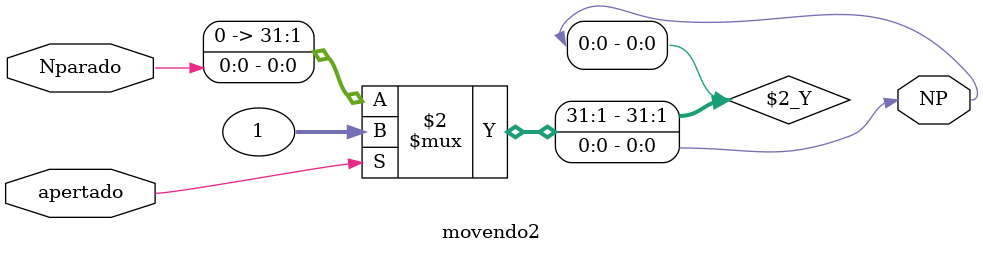
<source format=v>

module movendo2(
input apertado, Nparado,
output NP
); 

assign NP = apertado ? 1: Nparado;

endmodule
 
</source>
